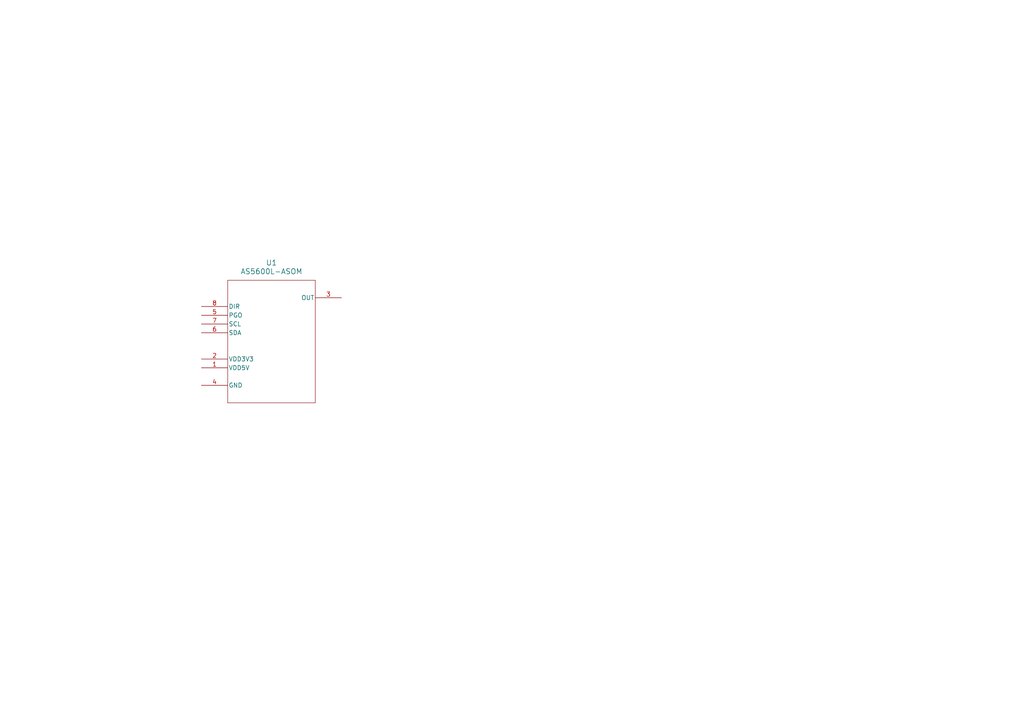
<source format=kicad_sch>
(kicad_sch (version 20231120) (generator "eeschema") (generator_version "8.0")
  (paper "A4")
  (lib_symbols
    (symbol "AS5600:AS5600L-ASOM" (pin_names (offset 0.254))
      (property "Reference" "U" (at 20.32 12.7 0))
      (property "Value" "AS5600L-ASOM" (at 20.32 10.16 0))
      (symbol "AS5600L-ASOM_0_1"
        (polyline (pts (xy 7.62 -27.94) (xy 33.02 -27.94)) (stroke (width 0.127)))
        (polyline (pts (xy 7.62 7.62) (xy 7.62 -27.94)) (stroke (width 0.127)))
        (polyline (pts (xy 33.02 -27.94) (xy 33.02 7.62)) (stroke (width 0.127)))
        (polyline (pts (xy 33.02 7.62) (xy 7.62 7.62)) (stroke (width 0.127)))
        (pin unspecified line (at 0 -17.78 0) (length 7.62) (name "VDD5V") (number "1"))
        (pin unspecified line (at 0 -15.24 0) (length 7.62) (name "VDD3V3") (number "2"))
        (pin unspecified line (at 40.64 2.54 180) (length 7.62) (name "OUT") (number "3"))
        (pin unspecified line (at 0 -22.86 0) (length 7.62) (name "GND") (number "4"))
        (pin unspecified line (at 0 -2.54 0) (length 7.62) (name "PGO") (number "5"))
        (pin unspecified line (at 0 -7.62 0) (length 7.62) (name "SDA") (number "6"))
        (pin unspecified line (at 0 -5.08 0) (length 7.62) (name "SCL") (number "7"))
        (pin unspecified line (at 0 0 0) (length 7.62) (name "DIR") (number "8"))
      )
    )
  )
  (symbol (lib_id "AS5600:AS5600L-ASOM") (at 58.42 88.9 0) (unit 1)
    (property "Reference" "U1" (at 78.74 76.2 0) (effects (font (size 1.524 1.524))))
    (property "Value" "AS5600L-ASOM" (at 78.74 78.74 0) (effects (font (size 1.524 1.524))))
    (property "Footprint" "AS5600L-ASOM_AMS" (effects (hide yes)))
    (property "Datasheet" "AS5600L-ASOM" (effects (hide yes)))
  )
)
</source>
